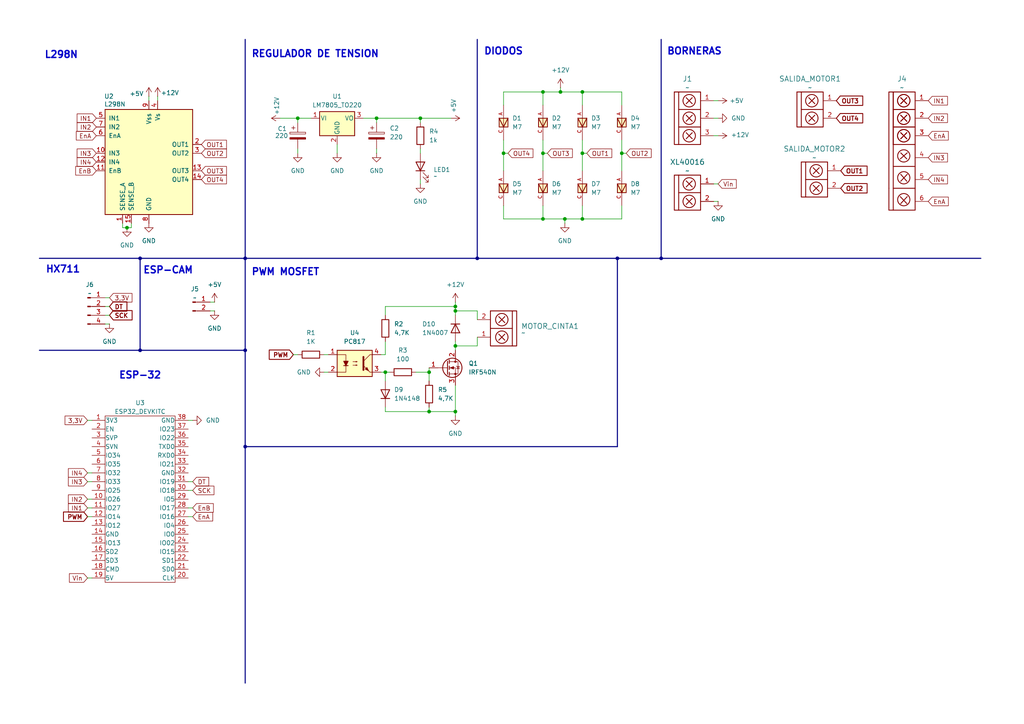
<source format=kicad_sch>
(kicad_sch (version 20231120) (generator "eeschema") (generator_version "8.0")
  (paper "A4")
  (lib_symbols
    (symbol "Connector:Conn_01x02_Pin" (pin_names (offset 1.016) hide)
      (property "Reference" "J" (at 0 2.54 0))
      (property "Value" "Conn_01x02_Pin" (at 0 -5.08 0))
      (symbol "Conn_01x02_Pin_1_1"
        (pin passive line (at 5.08 0 180) (length 3.81) (name "Pin_1") (number "1"))
        (pin passive line (at 5.08 -2.54 180) (length 3.81) (name "Pin_2") (number "2"))
      )
    )
    (symbol "Connector:Conn_01x04_Pin" (pin_names (offset 1.016) hide)
      (property "Reference" "J" (at 0 5.08 0))
      (property "Value" "Conn_01x04_Pin" (at 0 -7.62 0))
      (symbol "Conn_01x04_Pin_1_1"
        (pin passive line (at 5.08 2.54 180) (length 3.81) (name "Pin_1") (number "1"))
        (pin passive line (at 5.08 0 180) (length 3.81) (name "Pin_2") (number "2"))
        (pin passive line (at 5.08 -2.54 180) (length 3.81) (name "Pin_3") (number "3"))
        (pin passive line (at 5.08 -5.08 180) (length 3.81) (name "Pin_4") (number "4"))
      )
    )
    (symbol "Device:C_Polarized" (pin_numbers hide) (pin_names (offset 0.254))
      (property "Reference" "C" (at 0.635 2.54 0))
      (property "Value" "C_Polarized" (at 0.635 -2.54 0))
      (symbol "C_Polarized_1_1"
        (pin passive line (at 0 3.81 270) (length 2.794) (name "~") (number "1"))
        (pin passive line (at 0 -3.81 90) (length 2.794) (name "~") (number "2"))
      )
    )
    (symbol "Device:LED" (pin_numbers hide) (pin_names (offset 1.016) hide)
      (property "Reference" "D" (at 0 2.54 0))
      (property "Value" "LED" (at 0 -2.54 0))
      (symbol "LED_1_1"
        (pin passive line (at -3.81 0 0) (length 2.54) (name "K") (number "1"))
        (pin passive line (at 3.81 0 180) (length 2.54) (name "A") (number "2"))
      )
    )
    (symbol "Device:R" (pin_numbers hide) (pin_names (offset 0))
      (property "Reference" "R" (at 2.032 0 90))
      (property "Value" "R" (at 0 0 90))
      (symbol "R_1_1"
        (pin passive line (at 0 3.81 270) (length 1.27) (name "~") (number "1"))
        (pin passive line (at 0 -3.81 90) (length 1.27) (name "~") (number "2"))
      )
    )
    (symbol "Diode:1N4007" (pin_numbers hide) (pin_names hide)
      (property "Reference" "D" (at 0 2.54 0))
      (property "Value" "1N4007" (at 0 -2.54 0))
      (symbol "1N4007_1_1"
        (pin passive line (at -3.81 0 0) (length 2.54) (name "K") (number "1"))
        (pin passive line (at 3.81 0 180) (length 2.54) (name "A") (number "2"))
      )
    )
    (symbol "Diode:1N4148" (pin_numbers hide) (pin_names hide)
      (property "Reference" "D" (at 0 2.54 0))
      (property "Value" "1N4148" (at 0 -2.54 0))
      (symbol "1N4148_1_1"
        (pin passive line (at -3.81 0 0) (length 2.54) (name "K") (number "1"))
        (pin passive line (at 3.81 0 180) (length 2.54) (name "A") (number "2"))
      )
    )
    (symbol "Driver_Motor:L298N" (pin_names (offset 1.016))
      (property "Reference" "U" (at -10.16 16.51 0))
      (property "Value" "L298N" (at 12.7 16.51 0))
      (symbol "L298N_1_1"
        (pin power_in line (at -7.62 -17.78 90) (length 2.54) (name "SENSE_A") (number "1"))
        (pin input line (at -15.24 2.54 0) (length 2.54) (name "IN3") (number "10"))
        (pin input line (at -15.24 -2.54 0) (length 2.54) (name "EnB") (number "11"))
        (pin input line (at -15.24 0 0) (length 2.54) (name "IN4") (number "12"))
        (pin output line (at 15.24 -2.54 180) (length 2.54) (name "OUT3") (number "13"))
        (pin output line (at 15.24 -5.08 180) (length 2.54) (name "OUT4") (number "14"))
        (pin power_in line (at -5.08 -17.78 90) (length 2.54) (name "SENSE_B") (number "15"))
        (pin output line (at 15.24 5.08 180) (length 2.54) (name "OUT1") (number "2"))
        (pin output line (at 15.24 2.54 180) (length 2.54) (name "OUT2") (number "3"))
        (pin power_in line (at 2.54 17.78 270) (length 2.54) (name "Vs") (number "4"))
        (pin input line (at -15.24 12.7 0) (length 2.54) (name "IN1") (number "5"))
        (pin input line (at -15.24 7.62 0) (length 2.54) (name "EnA") (number "6"))
        (pin input line (at -15.24 10.16 0) (length 2.54) (name "IN2") (number "7"))
        (pin power_in line (at 0 -17.78 90) (length 2.54) (name "GND") (number "8"))
        (pin power_in line (at 0 17.78 270) (length 2.54) (name "Vss") (number "9"))
      )
    )
    (symbol "EESTN5:ESP32_DEVKITC" (pin_names (offset 0.0254))
      (property "Reference" "U" (at 0 25.4 0))
      (property "Value" "ESP32_DEVKITC" (at 0 -25.4 0))
      (symbol "ESP32_DEVKITC_1_1"
        (pin passive line (at -13.97 22.86 0) (length 3.81) (name "3V3") (number "1"))
        (pin passive line (at -13.97 0 0) (length 3.81) (name "IO26") (number "10"))
        (pin passive line (at -13.97 -2.54 0) (length 3.81) (name "IO27") (number "11"))
        (pin passive line (at -13.97 -5.08 0) (length 3.81) (name "IO14") (number "12"))
        (pin passive line (at -13.97 -7.62 0) (length 3.81) (name "IO12") (number "13"))
        (pin passive line (at -13.97 -10.16 0) (length 3.81) (name "GND") (number "14"))
        (pin passive line (at -13.97 -12.7 0) (length 3.81) (name "IO13") (number "15"))
        (pin passive line (at -13.97 -15.24 0) (length 3.81) (name "SD2") (number "16"))
        (pin passive line (at -13.97 -17.78 0) (length 3.81) (name "SD3") (number "17"))
        (pin passive line (at -13.97 -20.32 0) (length 3.81) (name "CMD") (number "18"))
        (pin passive line (at -13.97 -22.86 0) (length 3.81) (name "5V") (number "19"))
        (pin passive line (at -13.97 20.32 0) (length 3.81) (name "EN") (number "2"))
        (pin passive line (at 13.97 -22.86 180) (length 3.81) (name "CLK") (number "20"))
        (pin passive line (at 13.97 -20.32 180) (length 3.81) (name "SD0") (number "21"))
        (pin passive line (at 13.97 -17.78 180) (length 3.81) (name "SD1") (number "22"))
        (pin passive line (at 13.97 -15.24 180) (length 3.81) (name "IO15") (number "23"))
        (pin passive line (at 13.97 -12.7 180) (length 3.81) (name "IO02") (number "24"))
        (pin passive line (at 13.97 -10.16 180) (length 3.81) (name "IO0") (number "25"))
        (pin passive line (at 13.97 -7.62 180) (length 3.81) (name "IO4") (number "26"))
        (pin passive line (at 13.97 -5.08 180) (length 3.81) (name "IO16") (number "27"))
        (pin passive line (at 13.97 -2.54 180) (length 3.81) (name "IO17") (number "28"))
        (pin passive line (at 13.97 0 180) (length 3.81) (name "IO5") (number "29"))
        (pin passive line (at -13.97 17.78 0) (length 3.81) (name "SVP") (number "3"))
        (pin passive line (at 13.97 2.54 180) (length 3.81) (name "IO18") (number "30"))
        (pin passive line (at 13.97 5.08 180) (length 3.81) (name "IO19") (number "31"))
        (pin passive line (at 13.97 7.62 180) (length 3.81) (name "GND") (number "32"))
        (pin passive line (at 13.97 10.16 180) (length 3.81) (name "IO21") (number "33"))
        (pin passive line (at 13.97 12.7 180) (length 3.81) (name "RXD0") (number "34"))
        (pin passive line (at 13.97 15.24 180) (length 3.81) (name "TXD0") (number "35"))
        (pin passive line (at 13.97 17.78 180) (length 3.81) (name "IO22") (number "36"))
        (pin passive line (at 13.97 20.32 180) (length 3.81) (name "IO23") (number "37"))
        (pin passive line (at 13.97 22.86 180) (length 3.81) (name "GND") (number "38"))
        (pin passive line (at -13.97 15.24 0) (length 3.81) (name "SVN") (number "4"))
        (pin passive line (at -13.97 12.7 0) (length 3.81) (name "IO34") (number "5"))
        (pin passive line (at -13.97 10.16 0) (length 3.81) (name "IO35") (number "6"))
        (pin passive line (at -13.97 7.62 0) (length 3.81) (name "IO32") (number "7"))
        (pin passive line (at -13.97 5.08 0) (length 3.81) (name "IO33") (number "8"))
        (pin passive line (at -13.97 2.54 0) (length 3.81) (name "IO25") (number "9"))
      )
    )
    (symbol "EESTN5:PC817" (pin_names (offset 1.016))
      (property "Reference" "U" (at -5.08 5.08 0))
      (property "Value" "PC817" (at 0 5.08 0))
      (symbol "PC817_1_1"
        (pin passive line (at -7.62 2.54 0) (length 2.54) (name "~") (number "1"))
        (pin passive line (at -7.62 -2.54 0) (length 2.54) (name "~") (number "2"))
        (pin passive line (at 7.62 -2.54 180) (length 2.54) (name "~") (number "3"))
        (pin passive line (at 7.62 2.54 180) (length 2.54) (name "~") (number "4"))
      )
    )
    (symbol "EESTN5:TB_1X2" (pin_names (offset 1.016))
      (property "Reference" "J" (at 0 7.62 0))
      (property "Value" "TB_1X2" (at 1.27 -7.62 0))
      (symbol "TB_1X2_1_1"
        (pin input line (at 8.89 2.54 180) (length 3.81) (name "~") (number "1"))
        (pin input line (at 8.89 -2.54 180) (length 3.81) (name "~") (number "2"))
      )
    )
    (symbol "EESTN5:TB_1X3" (pin_names (offset 1.016))
      (property "Reference" "J" (at 0 7.62 0))
      (property "Value" "TB_1X3" (at 1.27 -11.43 0))
      (symbol "TB_1X3_1_1"
        (pin input line (at 8.89 2.54 180) (length 3.81) (name "~") (number "1"))
        (pin input line (at 8.89 -2.54 180) (length 3.81) (name "~") (number "2"))
        (pin input line (at 8.89 -7.62 180) (length 3.81) (name "~") (number "3"))
      )
    )
    (symbol "EESTN5:TB_1X6" (pin_names (offset 1.016))
      (property "Reference" "J" (at 0 7.62 0))
      (property "Value" "TB_1X6" (at 1.27 -31.75 0))
      (symbol "TB_1X6_1_1"
        (pin input line (at 8.89 2.54 180) (length 3.81) (name "~") (number "1"))
        (pin input line (at 8.89 2.54 180) (length 3.81) (name "~") (number "1"))
        (pin input line (at 8.89 -2.54 180) (length 3.81) (name "~") (number "2"))
        (pin input line (at 8.89 -2.54 180) (length 3.81) (name "~") (number "2"))
        (pin input line (at 8.89 -7.62 180) (length 3.81) (name "~") (number "3"))
        (pin input line (at 8.89 -7.62 180) (length 3.81) (name "~") (number "3"))
        (pin input line (at 8.89 -13.97 180) (length 3.81) (name "~") (number "4"))
        (pin input line (at 8.89 -20.32 180) (length 3.81) (name "~") (number "5"))
        (pin input line (at 8.89 -26.67 180) (length 3.81) (name "~") (number "6"))
      )
    )
    (symbol "M7:M7" (pin_names (offset 1.016))
      (property "Reference" "D" (at -4.5752 2.5418 0))
      (property "Value" "M7" (at -4.5757 -4.0672 0))
      (symbol "M7_0_0"
        (pin passive line (at -5.08 0 0) (length 5.08) (name "~") (number "A"))
        (pin passive line (at 5.08 0 180) (length 5.08) (name "~") (number "C"))
      )
    )
    (symbol "Regulator_Linear:LM7805_TO220" (pin_names (offset 0.254))
      (property "Reference" "U" (at -3.81 3.175 0))
      (property "Value" "LM7805_TO220" (at 0 3.175 0))
      (symbol "LM7805_TO220_1_1"
        (pin power_in line (at -7.62 0 0) (length 2.54) (name "VI") (number "1"))
        (pin power_in line (at 0 -7.62 90) (length 2.54) (name "GND") (number "2"))
        (pin power_out line (at 7.62 0 180) (length 2.54) (name "VO") (number "3"))
      )
    )
    (symbol "Transistor_FET:IRF540N" (pin_names hide)
      (property "Reference" "Q" (at 5.08 1.905 0))
      (property "Value" "IRF540N" (at 5.08 0 0))
      (symbol "IRF540N_1_1"
        (pin input line (at -5.08 0 0) (length 2.54) (name "G") (number "1"))
        (pin passive line (at 2.54 5.08 270) (length 2.54) (name "D") (number "2"))
        (pin passive line (at 2.54 -5.08 90) (length 2.54) (name "S") (number "3"))
      )
    )
    (symbol "power:+12V" (power) (pin_numbers hide) (pin_names (offset 0) hide)
      (property "Value" "+12V" (at 0 3.556 0))
      (symbol "+12V_1_1"
        (pin power_in line (at 0 0 90) (length 0) (name "~") (number "1"))
      )
    )
    (symbol "power:+5V" (power) (pin_numbers hide) (pin_names (offset 0) hide)
      (property "Value" "+5V" (at 0 3.556 0))
      (symbol "+5V_1_1"
        (pin power_in line (at 0 0 90) (length 0) (name "~") (number "1"))
      )
    )
    (symbol "power:GND" (power) (pin_numbers hide) (pin_names (offset 0) hide)
      (property "Value" "GND" (at 0 -3.81 0))
      (symbol "GND_1_1"
        (pin power_in line (at 0 0 270) (length 0) (name "~") (number "1"))
      )
    )
  )
  (junction (at 121.92 34.29))
  (junction (at 168.91 63.5))
  (junction (at 180.34 44.45))
  (junction (at 40.64 101.6))
  (junction (at 71.12 101.6))
  (junction (at 40.64 74.93))
  (junction (at 157.48 63.5))
  (junction (at 179.07 74.93))
  (junction (at 157.48 26.67))
  (junction (at 138.43 74.93))
  (junction (at 86.36 34.29))
  (junction (at 191.77 74.93))
  (junction (at 36.83 66.04))
  (junction (at 71.12 74.93))
  (junction (at 157.48 44.45))
  (junction (at 146.05 44.45))
  (junction (at 168.91 44.45))
  (junction (at 71.12 129.54))
  (junction (at 109.22 34.29))
  (junction (at 132.08 100.33))
  (junction (at 132.08 119.38))
  (junction (at 132.08 90.17))
  (junction (at 111.76 107.95))
  (junction (at 162.56 26.67))
  (junction (at 163.83 63.5))
  (junction (at 168.91 26.67))
  (junction (at 124.46 119.38))
  (junction (at 132.08 88.9))
  (junction (at 124.46 107.95))
  (wire (pts (xy 207.01 29.21) (xy 208.28 29.21)))
  (wire (pts (xy 124.46 118.11) (xy 124.46 119.38)))
  (bus (pts (xy 179.07 74.93) (xy 179.07 129.54)))
  (wire (pts (xy 132.08 99.06) (xy 132.08 100.33)))
  (wire (pts (xy 157.48 40.64) (xy 157.48 44.45)))
  (wire (pts (xy 121.92 34.29) (xy 109.22 34.29)))
  (bus (pts (xy 179.07 129.54) (xy 71.12 129.54)))
  (bus (pts (xy 40.64 101.6) (xy 71.12 101.6)))
  (wire (pts (xy 157.48 26.67) (xy 157.48 30.48)))
  (wire (pts (xy 54.61 121.92) (xy 55.88 121.92)))
  (bus (pts (xy 138.43 74.93) (xy 138.43 11.43)))
  (wire (pts (xy 30.48 88.9) (xy 31.75 88.9)))
  (wire (pts (xy 162.56 26.67) (xy 168.91 26.67)))
  (wire (pts (xy 138.43 92.71) (xy 138.43 90.17)))
  (wire (pts (xy 45.72 27.94) (xy 45.72 29.21)))
  (wire (pts (xy 180.34 63.5) (xy 180.34 59.69)))
  (wire (pts (xy 132.08 88.9) (xy 132.08 90.17)))
  (wire (pts (xy 146.05 30.48) (xy 146.05 26.67)))
  (wire (pts (xy 111.76 102.87) (xy 111.76 99.06)))
  (wire (pts (xy 163.83 63.5) (xy 168.91 63.5)))
  (wire (pts (xy 124.46 106.68) (xy 124.46 107.95)))
  (wire (pts (xy 81.28 34.29) (xy 86.36 34.29)))
  (bus (pts (xy 191.77 74.93) (xy 284.48 74.93)))
  (wire (pts (xy 25.4 137.16) (xy 26.67 137.16)))
  (wire (pts (xy 105.41 34.29) (xy 109.22 34.29)))
  (wire (pts (xy 93.98 102.87) (xy 95.25 102.87)))
  (wire (pts (xy 111.76 88.9) (xy 111.76 91.44)))
  (wire (pts (xy 110.49 102.87) (xy 111.76 102.87)))
  (bus (pts (xy 11.43 74.93) (xy 40.64 74.93)))
  (wire (pts (xy 146.05 44.45) (xy 146.05 49.53)))
  (wire (pts (xy 170.18 44.45) (xy 168.91 44.45)))
  (wire (pts (xy 54.61 147.32) (xy 55.88 147.32)))
  (wire (pts (xy 30.48 91.44) (xy 31.75 91.44)))
  (wire (pts (xy 85.09 102.87) (xy 86.36 102.87)))
  (wire (pts (xy 180.34 44.45) (xy 180.34 49.53)))
  (wire (pts (xy 157.48 63.5) (xy 163.83 63.5)))
  (wire (pts (xy 86.36 35.56) (xy 86.36 34.29)))
  (wire (pts (xy 54.61 142.24) (xy 55.88 142.24)))
  (wire (pts (xy 146.05 63.5) (xy 157.48 63.5)))
  (wire (pts (xy 162.56 25.4) (xy 162.56 26.67)))
  (wire (pts (xy 146.05 59.69) (xy 146.05 63.5)))
  (wire (pts (xy 97.79 44.45) (xy 97.79 41.91)))
  (wire (pts (xy 86.36 34.29) (xy 90.17 34.29)))
  (wire (pts (xy 138.43 97.79) (xy 138.43 100.33)))
  (bus (pts (xy 179.07 74.93) (xy 191.77 74.93)))
  (bus (pts (xy 71.12 101.6) (xy 71.12 74.93)))
  (wire (pts (xy 30.48 86.36) (xy 31.75 86.36)))
  (wire (pts (xy 36.83 66.04) (xy 38.1 66.04)))
  (bus (pts (xy 71.12 74.93) (xy 138.43 74.93)))
  (wire (pts (xy 132.08 100.33) (xy 132.08 101.6)))
  (wire (pts (xy 168.91 63.5) (xy 180.34 63.5)))
  (wire (pts (xy 86.36 44.45) (xy 86.36 43.18)))
  (bus (pts (xy 11.43 101.6) (xy 40.64 101.6)))
  (wire (pts (xy 168.91 40.64) (xy 168.91 44.45)))
  (wire (pts (xy 35.56 66.04) (xy 36.83 66.04)))
  (wire (pts (xy 124.46 107.95) (xy 124.46 110.49)))
  (wire (pts (xy 25.4 139.7) (xy 26.67 139.7)))
  (wire (pts (xy 109.22 44.45) (xy 109.22 43.18)))
  (wire (pts (xy 146.05 44.45) (xy 147.32 44.45)))
  (wire (pts (xy 25.4 149.86) (xy 26.67 149.86)))
  (bus (pts (xy 71.12 129.54) (xy 71.12 198.12)))
  (wire (pts (xy 54.61 139.7) (xy 55.88 139.7)))
  (wire (pts (xy 111.76 88.9) (xy 132.08 88.9)))
  (wire (pts (xy 146.05 40.64) (xy 146.05 44.45)))
  (wire (pts (xy 157.48 44.45) (xy 157.48 49.53)))
  (bus (pts (xy 138.43 74.93) (xy 179.07 74.93)))
  (wire (pts (xy 111.76 107.95) (xy 113.03 107.95)))
  (wire (pts (xy 121.92 43.18) (xy 121.92 44.45)))
  (wire (pts (xy 121.92 34.29) (xy 130.81 34.29)))
  (wire (pts (xy 121.92 35.56) (xy 121.92 34.29)))
  (wire (pts (xy 35.56 64.77) (xy 35.56 66.04)))
  (wire (pts (xy 111.76 107.95) (xy 111.76 110.49)))
  (wire (pts (xy 38.1 64.77) (xy 38.1 66.04)))
  (wire (pts (xy 25.4 121.92) (xy 26.67 121.92)))
  (wire (pts (xy 111.76 119.38) (xy 124.46 119.38)))
  (bus (pts (xy 40.64 74.93) (xy 40.64 101.6)))
  (bus (pts (xy 71.12 11.43) (xy 71.12 74.93)))
  (wire (pts (xy 132.08 120.65) (xy 132.08 119.38)))
  (wire (pts (xy 138.43 90.17) (xy 132.08 90.17)))
  (wire (pts (xy 111.76 118.11) (xy 111.76 119.38)))
  (wire (pts (xy 109.22 34.29) (xy 109.22 35.56)))
  (wire (pts (xy 25.4 167.64) (xy 26.67 167.64)))
  (wire (pts (xy 110.49 107.95) (xy 111.76 107.95)))
  (wire (pts (xy 54.61 149.86) (xy 55.88 149.86)))
  (wire (pts (xy 168.91 44.45) (xy 168.91 49.53)))
  (bus (pts (xy 191.77 11.43) (xy 191.77 74.93)))
  (wire (pts (xy 43.18 27.94) (xy 43.18 29.21)))
  (bus (pts (xy 40.64 74.93) (xy 71.12 74.93)))
  (wire (pts (xy 180.34 44.45) (xy 181.61 44.45)))
  (wire (pts (xy 207.01 34.29) (xy 208.28 34.29)))
  (wire (pts (xy 180.34 40.64) (xy 180.34 44.45)))
  (wire (pts (xy 30.48 93.98) (xy 31.75 93.98)))
  (wire (pts (xy 60.96 90.17) (xy 62.23 90.17)))
  (wire (pts (xy 157.48 26.67) (xy 162.56 26.67)))
  (wire (pts (xy 121.92 52.07) (xy 121.92 53.34)))
  (wire (pts (xy 168.91 26.67) (xy 180.34 26.67)))
  (wire (pts (xy 124.46 119.38) (xy 132.08 119.38)))
  (wire (pts (xy 163.83 63.5) (xy 163.83 64.77)))
  (wire (pts (xy 146.05 26.67) (xy 157.48 26.67)))
  (wire (pts (xy 138.43 100.33) (xy 132.08 100.33)))
  (wire (pts (xy 93.98 107.95) (xy 95.25 107.95)))
  (wire (pts (xy 168.91 26.67) (xy 168.91 30.48)))
  (wire (pts (xy 168.91 59.69) (xy 168.91 63.5)))
  (wire (pts (xy 157.48 59.69) (xy 157.48 63.5)))
  (wire (pts (xy 132.08 90.17) (xy 132.08 91.44)))
  (wire (pts (xy 207.01 58.42) (xy 208.28 58.42)))
  (wire (pts (xy 132.08 87.63) (xy 132.08 88.9)))
  (bus (pts (xy 71.12 101.6) (xy 71.12 129.54)))
  (wire (pts (xy 180.34 26.67) (xy 180.34 30.48)))
  (wire (pts (xy 207.01 39.37) (xy 208.28 39.37)))
  (wire (pts (xy 132.08 111.76) (xy 132.08 119.38)))
  (wire (pts (xy 60.96 87.63) (xy 62.23 87.63)))
  (wire (pts (xy 207.01 53.34) (xy 208.28 53.34)))
  (wire (pts (xy 25.4 147.32) (xy 26.67 147.32)))
  (wire (pts (xy 25.4 144.78) (xy 26.67 144.78)))
  (wire (pts (xy 120.65 107.95) (xy 124.46 107.95)))
  (wire (pts (xy 157.48 44.45) (xy 158.75 44.45)))
  (text "HX711\n" (at 18.288 78.232 0) (effects (font (size 2 2) (bold yes))))
  (text "REGULADOR DE TENSION" (at 91.44 15.748 0) (effects (font (size 2 2) (bold yes))))
  (text "DIODOS" (at 146.05 14.986 0) (effects (font (size 2 2) (bold yes))))
  (text "PWM MOSFET" (at 82.804 78.994 0) (effects (font (size 2 2) (thickness 0.4) (bold yes))))
  (text "BORNERAS\n" (at 201.422 14.986 0) (effects (font (size 2 2) (bold yes))))
  (text "L298N\n" (at 17.78 16.002 0) (effects (font (size 2 2) (thickness 0.4) (bold yes))))
  (text "ESP-CAM\n" (at 48.768 78.486 0) (effects (font (size 2 2) (bold yes))))
  (text "ESP-32\n" (at 40.64 108.966 0) (effects (font (size 2 2) (thickness 0.4) (bold yes))))
  (global_label "OUT1" (shape input) (at 170.18 44.45 0) (property "Intersheetrefs" "${INTERSHEET_REFS}" (effects (hide yes))))
  (global_label "Vin" (shape input) (at 25.4 167.64 180) (property "Intersheetrefs" "${INTERSHEET_REFS}" (effects (hide yes))))
  (global_label "OUT1" (shape input) (at 58.42 41.91 0) (property "Intersheetrefs" "${INTERSHEET_REFS}" (effects (hide yes))))
  (global_label "IN2" (shape input) (at 27.94 36.83 180) (property "Intersheetrefs" "${INTERSHEET_REFS}" (effects (hide yes))))
  (global_label "OUT4" (shape input) (at 58.42 52.07 0) (property "Intersheetrefs" "${INTERSHEET_REFS}" (effects (hide yes))))
  (global_label "OUT4" (shape input) (at 147.32 44.45 0) (property "Intersheetrefs" "${INTERSHEET_REFS}" (effects (hide yes))))
  (global_label "IN1" (shape input) (at 269.24 29.21 0) (property "Intersheetrefs" "${INTERSHEET_REFS}" (effects (hide yes))))
  (global_label "OUT2" (shape input) (at 181.61 44.45 0) (property "Intersheetrefs" "${INTERSHEET_REFS}" (effects (hide yes))))
  (global_label "EnA" (shape input) (at 269.24 39.37 0) (property "Intersheetrefs" "${INTERSHEET_REFS}" (effects (hide yes))))
  (global_label "3,3V" (shape input) (at 31.75 86.36 0) (property "Intersheetrefs" "${INTERSHEET_REFS}" (effects (hide yes))))
  (global_label "SCK" (shape input) (at 55.88 142.24 0) (property "Intersheetrefs" "${INTERSHEET_REFS}" (effects (hide yes))))
  (global_label "OUT2" (shape input) (at 58.42 44.45 0) (property "Intersheetrefs" "${INTERSHEET_REFS}" (effects (hide yes))))
  (global_label "IN2" (shape input) (at 269.24 34.29 0) (property "Intersheetrefs" "${INTERSHEET_REFS}" (effects (hide yes))))
  (global_label "IN4" (shape input) (at 27.94 46.99 180) (property "Intersheetrefs" "${INTERSHEET_REFS}" (effects (hide yes))))
  (global_label "DT" (shape input) (at 31.75 88.9 0) (effects (font (bold yes))) (property "Intersheetrefs" "${INTERSHEET_REFS}" (effects (hide yes))))
  (global_label "OUT4" (shape input) (at 242.57 34.29 0) (effects (font (bold yes))) (property "Intersheetrefs" "${INTERSHEET_REFS}" (effects (hide yes))))
  (global_label "DT" (shape input) (at 55.88 139.7 0) (property "Intersheetrefs" "${INTERSHEET_REFS}" (effects (hide yes))))
  (global_label "EnA" (shape input) (at 269.24 58.42 0) (property "Intersheetrefs" "${INTERSHEET_REFS}" (effects (hide yes))))
  (global_label "IN1" (shape input) (at 25.4 147.32 180) (property "Intersheetrefs" "${INTERSHEET_REFS}" (effects (hide yes))))
  (global_label "IN3" (shape input) (at 269.24 45.72 0) (property "Intersheetrefs" "${INTERSHEET_REFS}" (effects (hide yes))))
  (global_label "Vin" (shape input) (at 208.28 53.34 0) (property "Intersheetrefs" "${INTERSHEET_REFS}" (effects (hide yes))))
  (global_label "SCK" (shape input) (at 31.75 91.44 0) (effects (font (bold yes))) (property "Intersheetrefs" "${INTERSHEET_REFS}" (effects (hide yes))))
  (global_label "EnA" (shape input) (at 27.94 39.37 180) (property "Intersheetrefs" "${INTERSHEET_REFS}" (effects (hide yes))))
  (global_label "PWM" (shape input) (at 25.4 149.86 180) (effects (font (bold yes))) (property "Intersheetrefs" "${INTERSHEET_REFS}" (effects (hide yes))))
  (global_label "IN3" (shape input) (at 25.4 139.7 180) (property "Intersheetrefs" "${INTERSHEET_REFS}" (effects (hide yes))))
  (global_label "IN2" (shape input) (at 25.4 144.78 180) (property "Intersheetrefs" "${INTERSHEET_REFS}" (effects (hide yes))))
  (global_label "EnA" (shape input) (at 55.88 149.86 0) (property "Intersheetrefs" "${INTERSHEET_REFS}" (effects (hide yes))))
  (global_label "OUT3" (shape input) (at 158.75 44.45 0) (property "Intersheetrefs" "${INTERSHEET_REFS}" (effects (hide yes))))
  (global_label "IN3" (shape input) (at 27.94 44.45 180) (property "Intersheetrefs" "${INTERSHEET_REFS}" (effects (hide yes))))
  (global_label "IN1" (shape input) (at 27.94 34.29 180) (property "Intersheetrefs" "${INTERSHEET_REFS}" (effects (hide yes))))
  (global_label "PWM" (shape input) (at 85.09 102.87 180) (effects (font (bold yes))) (property "Intersheetrefs" "${INTERSHEET_REFS}" (effects (hide yes))))
  (global_label "OUT2" (shape input) (at 243.84 54.61 0) (effects (font (bold yes))) (property "Intersheetrefs" "${INTERSHEET_REFS}" (effects (hide yes))))
  (global_label "OUT1" (shape input) (at 243.84 49.53 0) (effects (font (bold yes))) (property "Intersheetrefs" "${INTERSHEET_REFS}" (effects (hide yes))))
  (global_label "IN4" (shape input) (at 25.4 137.16 180) (property "Intersheetrefs" "${INTERSHEET_REFS}" (effects (hide yes))))
  (global_label "EnB" (shape input) (at 27.94 49.53 180) (property "Intersheetrefs" "${INTERSHEET_REFS}" (effects (hide yes))))
  (global_label "IN4" (shape input) (at 269.24 52.07 0) (property "Intersheetrefs" "${INTERSHEET_REFS}" (effects (hide yes))))
  (global_label "OUT3" (shape input) (at 58.42 49.53 0) (property "Intersheetrefs" "${INTERSHEET_REFS}" (effects (hide yes))))
  (global_label "OUT3" (shape input) (at 242.57 29.21 0) (effects (font (bold yes))) (property "Intersheetrefs" "${INTERSHEET_REFS}" (effects (hide yes))))
  (global_label "EnB" (shape input) (at 55.88 147.32 0) (property "Intersheetrefs" "${INTERSHEET_REFS}" (effects (hide yes))))
  (global_label "3,3V" (shape input) (at 25.4 121.92 180) (property "Intersheetrefs" "${INTERSHEET_REFS}" (effects (hide yes))))
  (symbol (lib_id "M7:M7") (at 180.34 35.56 270) (unit 1)
    (property "Reference" "D4" (at 182.88 34.2899 90) (effects (justify left)))
    (property "Value" "M7" (at 182.88 36.8299 90) (effects (justify left)))
    (property "Footprint" "Diode_SMD:D_3220_8050Metric_Pad2.65x5.15mm_HandSolder" (effects (hide yes)))
    (property "MF" "Diotec Semiconductor" (effects (hide yes)))
    (property "SNAPEDA_PACKAGE_ID" "7518" (effects (hide yes)))
    (property "PACKAGE" "DO-214" (effects (hide yes)))
    (property "MPN" "M7" (effects (hide yes)))
    (property "PRICE" "--" (effects (hide yes)))
    (property "Package" "DO-214AC Diotec" (effects (hide yes)))
    (property "Check_prices" "https://www.snapeda.com/parts/M7/Diotec/view-part/?ref=eda" (effects (hide yes)))
    (property "STANDARD" "IPC-7351B" (effects (hide yes)))
    (property "PARTREV" "NA" (effects (hide yes)))
    (property "SnapEDA_Link" "https://www.snapeda.com/parts/M7/Diotec/view-part/?ref=snap" (effects (hide yes)))
    (property "MP" "M7" (effects (hide yes)))
    (property "Price" "None" (effects (hide yes)))
    (property "Description_1" "\nDiode, SMA, 1000V, 1A, 150°C\n" (effects (hide yes)))
    (property "Availability" "In Stock" (effects (hide yes)))
    (property "AVAILABILITY" "Not in stock" (effects (hide yes)))
    (property "MANUFACTURER" "DIODES" (effects (hide yes)))
  )
  (symbol (lib_id "Device:R") (at 124.46 114.3 0) (unit 1)
    (property "Reference" "R5" (at 127 113.0299 0) (effects (justify left)))
    (property "Value" "4,7K" (at 127 115.5699 0) (effects (justify left)))
    (property "Footprint" "Resistor_THT:R_Axial_DIN0204_L3.6mm_D1.6mm_P7.62mm_Horizontal" (effects (hide yes)))
    (property "Description" "Resistor" (effects (hide yes)))
  )
  (symbol (lib_id "power:+5V") (at 208.28 29.21 270) (unit 1)
    (property "Reference" "#PWR011" (effects (hide yes)))
    (property "Value" "+5V" (at 213.614 29.21 90))
    (property "Description" "Power symbol creates a global label with name \"+5V\"" (effects (hide yes)))
  )
  (symbol (lib_id "power:GND") (at 31.75 93.98 0) (unit 1)
    (property "Reference" "#PWR019" (effects (hide yes)))
    (property "Value" "GND" (at 31.75 99.06 0))
    (property "Description" "Power symbol creates a global label with name \"GND\" , ground" (effects (hide yes)))
  )
  (symbol (lib_id "EESTN5:TB_1X2") (at 233.68 31.75 0) (unit 1)
    (property "Reference" "SALIDA_MOTOR1" (at 234.95 22.86 0) (effects (font (size 1.524 1.524))))
    (property "Value" "~" (at 234.95 25.4 0) (effects (font (size 1.524 1.524))))
    (property "Footprint" "TerminalBlock:TerminalBlock_Altech_AK300-2_P5.00mm" (effects (hide yes)))
  )
  (symbol (lib_id "Connector:Conn_01x02_Pin") (at 55.88 87.63 0) (unit 1)
    (property "Reference" "J5" (at 56.515 83.82 0))
    (property "Value" "~" (at 56.515 86.36 0))
    (property "Footprint" "Connector_PinHeader_1.00mm:PinHeader_1x02_P1.00mm_Vertical" (effects (hide yes)))
    (property "Description" "Generic connector, single row, 01x02, script generated" (effects (hide yes)))
  )
  (symbol (lib_id "M7:M7") (at 146.05 54.61 270) (unit 1)
    (property "Reference" "D5" (at 148.59 53.3399 90) (effects (justify left)))
    (property "Value" "M7" (at 148.59 55.8799 90) (effects (justify left)))
    (property "Footprint" "Diode_SMD:D_3220_8050Metric_Pad2.65x5.15mm_HandSolder" (effects (hide yes)))
    (property "MF" "Diotec Semiconductor" (effects (hide yes)))
    (property "SNAPEDA_PACKAGE_ID" "7518" (effects (hide yes)))
    (property "PACKAGE" "DO-214" (effects (hide yes)))
    (property "MPN" "M7" (effects (hide yes)))
    (property "PRICE" "--" (effects (hide yes)))
    (property "Package" "DO-214AC Diotec" (effects (hide yes)))
    (property "Check_prices" "https://www.snapeda.com/parts/M7/Diotec/view-part/?ref=eda" (effects (hide yes)))
    (property "STANDARD" "IPC-7351B" (effects (hide yes)))
    (property "PARTREV" "NA" (effects (hide yes)))
    (property "SnapEDA_Link" "https://www.snapeda.com/parts/M7/Diotec/view-part/?ref=snap" (effects (hide yes)))
    (property "MP" "M7" (effects (hide yes)))
    (property "Price" "None" (effects (hide yes)))
    (property "Description_1" "\nDiode, SMA, 1000V, 1A, 150°C\n" (effects (hide yes)))
    (property "Availability" "In Stock" (effects (hide yes)))
    (property "AVAILABILITY" "Not in stock" (effects (hide yes)))
    (property "MANUFACTURER" "DIODES" (effects (hide yes)))
  )
  (symbol (lib_id "power:GND") (at 121.92 53.34 0) (unit 1)
    (property "Reference" "#PWR08" (effects (hide yes)))
    (property "Value" "GND" (at 121.92 58.42 0))
    (property "Description" "Power symbol creates a global label with name \"GND\" , ground" (effects (hide yes)))
  )
  (symbol (lib_id "power:GND") (at 208.28 58.42 0) (unit 1)
    (property "Reference" "#PWR018" (effects (hide yes)))
    (property "Value" "GND" (at 208.28 63.5 0))
    (property "Description" "Power symbol creates a global label with name \"GND\" , ground" (effects (hide yes)))
  )
  (symbol (lib_id "power:+12V") (at 81.28 34.29 90) (unit 1)
    (property "Reference" "#PWR010" (effects (hide yes)))
    (property "Value" "+12V" (at 80.264 30.734 0))
    (property "Description" "Power symbol creates a global label with name \"+12V\"" (effects (hide yes)))
  )
  (symbol (lib_id "Diode:1N4148") (at 111.76 114.3 90) (unit 1)
    (property "Reference" "D9" (at 114.3 113.0299 90) (effects (justify right)))
    (property "Value" "1N4148" (at 114.3 115.5699 90) (effects (justify right)))
    (property "Footprint" "Diode_THT:D_DO-35_SOD27_P7.62mm_Horizontal" (effects (hide yes)))
    (property "Datasheet" "https://assets.nexperia.com/documents/data-sheet/1N4148_1N4448.pdf" (effects (hide yes)))
    (property "Description" "100V 0.15A standard switching diode, DO-35" (effects (hide yes)))
    (property "Sim.Device" "D" (effects (hide yes)))
    (property "Sim.Pins" "1=K 2=A" (effects (hide yes)))
  )
  (symbol (lib_id "Device:LED") (at 121.92 48.26 90) (unit 1)
    (property "Reference" "LED1" (at 125.73 49.2124 90) (effects (justify right)))
    (property "Value" "~" (at 125.73 51.1175 90) (effects (justify right)))
    (property "Footprint" "LED_THT:LED_D5.0mm" (effects (hide yes)))
    (property "Description" "Light emitting diode" (effects (hide yes)))
  )
  (symbol (lib_id "Connector:Conn_01x04_Pin") (at 25.4 88.9 0) (unit 1)
    (property "Reference" "J6" (at 26.035 82.55 0))
    (property "Value" "~" (at 26.035 85.09 0))
    (property "Footprint" "Connector_PinHeader_1.00mm:PinHeader_1x02_P1.00mm_Vertical" (effects (hide yes)))
    (property "Description" "Generic connector, single row, 01x04, script generated" (effects (hide yes)))
  )
  (symbol (lib_id "M7:M7") (at 168.91 35.56 270) (unit 1)
    (property "Reference" "D3" (at 171.45 34.2899 90) (effects (justify left)))
    (property "Value" "M7" (at 171.45 36.8299 90) (effects (justify left)))
    (property "Footprint" "Diode_SMD:D_3220_8050Metric_Pad2.65x5.15mm_HandSolder" (effects (hide yes)))
    (property "MF" "Diotec Semiconductor" (effects (hide yes)))
    (property "SNAPEDA_PACKAGE_ID" "7518" (effects (hide yes)))
    (property "PACKAGE" "DO-214" (effects (hide yes)))
    (property "MPN" "M7" (effects (hide yes)))
    (property "PRICE" "--" (effects (hide yes)))
    (property "Package" "DO-214AC Diotec" (effects (hide yes)))
    (property "Check_prices" "https://www.snapeda.com/parts/M7/Diotec/view-part/?ref=eda" (effects (hide yes)))
    (property "STANDARD" "IPC-7351B" (effects (hide yes)))
    (property "PARTREV" "NA" (effects (hide yes)))
    (property "SnapEDA_Link" "https://www.snapeda.com/parts/M7/Diotec/view-part/?ref=snap" (effects (hide yes)))
    (property "MP" "M7" (effects (hide yes)))
    (property "Price" "None" (effects (hide yes)))
    (property "Description_1" "\nDiode, SMA, 1000V, 1A, 150°C\n" (effects (hide yes)))
    (property "Availability" "In Stock" (effects (hide yes)))
    (property "AVAILABILITY" "Not in stock" (effects (hide yes)))
    (property "MANUFACTURER" "DIODES" (effects (hide yes)))
  )
  (symbol (lib_id "power:GND") (at 86.36 44.45 0) (unit 1)
    (property "Reference" "#PWR07" (effects (hide yes)))
    (property "Value" "GND" (at 86.36 49.53 0))
    (property "Description" "Power symbol creates a global label with name \"GND\" , ground" (effects (hide yes)))
  )
  (symbol (lib_id "power:+12V") (at 45.72 27.94 0) (unit 1)
    (property "Reference" "#PWR02" (effects (hide yes)))
    (property "Value" "+12V" (at 49.276 26.924 0))
    (property "Description" "Power symbol creates a global label with name \"+12V\"" (effects (hide yes)))
  )
  (symbol (lib_id "power:GND") (at 62.23 90.17 0) (unit 1)
    (property "Reference" "#PWR017" (effects (hide yes)))
    (property "Value" "GND" (at 62.23 95.25 0))
    (property "Description" "Power symbol creates a global label with name \"GND\" , ground" (effects (hide yes)))
  )
  (symbol (lib_id "power:GND") (at 93.98 107.95 270) (unit 1)
    (property "Reference" "#PWR021" (effects (hide yes)))
    (property "Value" "GND" (at 90.17 107.9499 90) (effects (justify right)))
    (property "Description" "Power symbol creates a global label with name \"GND\" , ground" (effects (hide yes)))
  )
  (symbol (lib_id "power:GND") (at 43.18 64.77 0) (unit 1)
    (property "Reference" "#PWR01" (effects (hide yes)))
    (property "Value" "GND" (at 43.18 69.85 0))
    (property "Description" "Power symbol creates a global label with name \"GND\" , ground" (effects (hide yes)))
  )
  (symbol (lib_id "power:+5V") (at 62.23 87.63 0) (unit 1)
    (property "Reference" "#PWR015" (effects (hide yes)))
    (property "Value" "+5V" (at 62.23 82.55 0))
    (property "Description" "Power symbol creates a global label with name \"+5V\"" (effects (hide yes)))
  )
  (symbol (lib_id "power:GND") (at 132.08 120.65 0) (unit 1)
    (property "Reference" "#PWR022" (effects (hide yes)))
    (property "Value" "GND" (at 132.08 125.73 0))
    (property "Description" "Power symbol creates a global label with name \"GND\" , ground" (effects (hide yes)))
  )
  (symbol (lib_id "power:GND") (at 55.88 121.92 90) (unit 1)
    (property "Reference" "#PWR020" (effects (hide yes)))
    (property "Value" "GND" (at 59.69 121.9199 90) (effects (justify right)))
    (property "Description" "Power symbol creates a global label with name \"GND\" , ground" (effects (hide yes)))
  )
  (symbol (lib_id "EESTN5:PC817") (at 102.87 105.41 0) (unit 1)
    (property "Reference" "U4" (at 102.87 96.52 0))
    (property "Value" "PC817" (at 102.87 99.06 0))
    (property "Footprint" "Housings_DIP:DIP-4_W7.62mm" (effects (hide yes)))
    (property "Datasheet" "http://www.soselectronic.cz/a_info/resource/d/pc817.pdf" (effects (hide yes)))
    (property "Description" "DC Optocoupler, Vce 35V, CTR 50-300%, DIP4" (effects (hide yes)))
  )
  (symbol (lib_id "Regulator_Linear:LM7805_TO220") (at 97.79 34.29 0) (unit 1)
    (property "Reference" "U1" (at 97.79 27.94 0))
    (property "Value" "LM7805_TO220" (at 97.79 30.48 0))
    (property "Footprint" "Package_TO_SOT_THT:TO-220-3_Vertical" (effects (hide yes)))
    (property "Datasheet" "https://www.onsemi.cn/PowerSolutions/document/MC7800-D.PDF" (effects (hide yes)))
    (property "Description" "Positive 1A 35V Linear Regulator, Fixed Output 5V, TO-220" (effects (hide yes)))
  )
  (symbol (lib_id "EESTN5:TB_1X6") (at 260.35 31.75 0) (unit 1)
    (property "Reference" "J4" (at 261.62 22.86 0) (effects (font (size 1.524 1.524))))
    (property "Value" "~" (at 261.62 25.4 0) (effects (font (size 1.524 1.524))))
    (property "Footprint" "TerminalBlock:TerminalBlock_bornier-6_P5.08mm" (effects (hide yes)))
  )
  (symbol (lib_id "Device:C_Polarized") (at 109.22 39.37 0) (unit 1)
    (property "Reference" "C2" (at 113.03 37.2109 0) (effects (justify left)))
    (property "Value" "220" (at 113.03 39.7509 0) (effects (justify left)))
    (property "Footprint" "Capacitor_SMD:CP_Elec_3x5.3" (effects (hide yes)))
    (property "Description" "Polarized capacitor" (effects (hide yes)))
  )
  (symbol (lib_id "power:+12V") (at 162.56 25.4 0) (unit 1)
    (property "Reference" "#PWR016" (effects (hide yes)))
    (property "Value" "+12V" (at 162.56 20.32 0))
    (property "Description" "Power symbol creates a global label with name \"+12V\"" (effects (hide yes)))
  )
  (symbol (lib_id "M7:M7") (at 157.48 35.56 270) (unit 1)
    (property "Reference" "D2" (at 160.02 34.2899 90) (effects (justify left)))
    (property "Value" "M7" (at 160.02 36.8299 90) (effects (justify left)))
    (property "Footprint" "Diode_SMD:D_3220_8050Metric_Pad2.65x5.15mm_HandSolder" (effects (hide yes)))
    (property "MF" "Diotec Semiconductor" (effects (hide yes)))
    (property "SNAPEDA_PACKAGE_ID" "7518" (effects (hide yes)))
    (property "PACKAGE" "DO-214" (effects (hide yes)))
    (property "MPN" "M7" (effects (hide yes)))
    (property "PRICE" "--" (effects (hide yes)))
    (property "Package" "DO-214AC Diotec" (effects (hide yes)))
    (property "Check_prices" "https://www.snapeda.com/parts/M7/Diotec/view-part/?ref=eda" (effects (hide yes)))
    (property "STANDARD" "IPC-7351B" (effects (hide yes)))
    (property "PARTREV" "NA" (effects (hide yes)))
    (property "SnapEDA_Link" "https://www.snapeda.com/parts/M7/Diotec/view-part/?ref=snap" (effects (hide yes)))
    (property "MP" "M7" (effects (hide yes)))
    (property "Price" "None" (effects (hide yes)))
    (property "Description_1" "\nDiode, SMA, 1000V, 1A, 150°C\n" (effects (hide yes)))
    (property "Availability" "In Stock" (effects (hide yes)))
    (property "AVAILABILITY" "Not in stock" (effects (hide yes)))
    (property "MANUFACTURER" "DIODES" (effects (hide yes)))
  )
  (symbol (lib_id "EESTN5:TB_1X2") (at 234.95 52.07 0) (unit 1)
    (property "Reference" "SALIDA_MOTOR2" (at 236.22 43.18 0) (effects (font (size 1.524 1.524))))
    (property "Value" "~" (at 236.22 45.72 0) (effects (font (size 1.524 1.524))))
    (property "Footprint" "TerminalBlock:TerminalBlock_Altech_AK300-2_P5.00mm" (effects (hide yes)))
  )
  (symbol (lib_id "power:GND") (at 36.83 66.04 0) (unit 1)
    (property "Reference" "#PWR04" (effects (hide yes)))
    (property "Value" "GND" (at 36.83 71.12 0))
    (property "Description" "Power symbol creates a global label with name \"GND\" , ground" (effects (hide yes)))
  )
  (symbol (lib_id "Driver_Motor:L298N") (at 43.18 46.99 0) (unit 1)
    (property "Reference" "U2" (at 30.226 27.94 0) (effects (justify left)))
    (property "Value" "L298N" (at 30.226 30.226 0) (effects (justify left)))
    (property "Footprint" "Package_TO_SOT_THT:TO-220-15_P2.54x2.54mm_StaggerOdd_Lead4.58mm_Vertical" (effects (hide yes)))
    (property "Datasheet" "http://www.st.com/st-web-ui/static/active/en/resource/technical/document/datasheet/CD00000240.pdf" (effects (hide yes)))
    (property "Description" "Dual full bridge motor driver, up to 46V, 4A, Multiwatt15-V" (effects (hide yes)))
  )
  (symbol (lib_id "M7:M7") (at 157.48 54.61 270) (unit 1)
    (property "Reference" "D6" (at 160.02 53.3399 90) (effects (justify left)))
    (property "Value" "M7" (at 160.02 55.8799 90) (effects (justify left)))
    (property "Footprint" "Diode_SMD:D_3220_8050Metric_Pad2.65x5.15mm_HandSolder" (effects (hide yes)))
    (property "MF" "Diotec Semiconductor" (effects (hide yes)))
    (property "SNAPEDA_PACKAGE_ID" "7518" (effects (hide yes)))
    (property "PACKAGE" "DO-214" (effects (hide yes)))
    (property "MPN" "M7" (effects (hide yes)))
    (property "PRICE" "--" (effects (hide yes)))
    (property "Package" "DO-214AC Diotec" (effects (hide yes)))
    (property "Check_prices" "https://www.snapeda.com/parts/M7/Diotec/view-part/?ref=eda" (effects (hide yes)))
    (property "STANDARD" "IPC-7351B" (effects (hide yes)))
    (property "PARTREV" "NA" (effects (hide yes)))
    (property "SnapEDA_Link" "https://www.snapeda.com/parts/M7/Diotec/view-part/?ref=snap" (effects (hide yes)))
    (property "MP" "M7" (effects (hide yes)))
    (property "Price" "None" (effects (hide yes)))
    (property "Description_1" "\nDiode, SMA, 1000V, 1A, 150°C\n" (effects (hide yes)))
    (property "Availability" "In Stock" (effects (hide yes)))
    (property "AVAILABILITY" "Not in stock" (effects (hide yes)))
    (property "MANUFACTURER" "DIODES" (effects (hide yes)))
  )
  (symbol (lib_id "EESTN5:TB_1X3") (at 198.12 31.75 0) (unit 1)
    (property "Reference" "J1" (at 199.39 22.86 0) (effects (font (size 1.524 1.524))))
    (property "Value" "~" (at 199.39 25.4 0) (effects (font (size 1.524 1.524))))
    (property "Footprint" "TerminalBlock:TerminalBlock_Altech_AK300-3_P5.00mm" (effects (hide yes)))
  )
  (symbol (lib_id "EESTN5:TB_1X2") (at 147.32 95.25 180) (unit 1)
    (property "Reference" "MOTOR_CINTA1" (at 151.13 94.6149 0) (effects (font (size 1.524 1.524)) (justify right)))
    (property "Value" "~" (at 151.13 96.52 0) (effects (font (size 1.524 1.524)) (justify right)))
    (property "Footprint" "TerminalBlock:TerminalBlock_Altech_AK300-2_P5.00mm" (effects (hide yes)))
  )
  (symbol (lib_id "power:GND") (at 163.83 64.77 0) (unit 1)
    (property "Reference" "#PWR012" (effects (hide yes)))
    (property "Value" "GND" (at 163.83 69.85 0))
    (property "Description" "Power symbol creates a global label with name \"GND\" , ground" (effects (hide yes)))
  )
  (symbol (lib_id "M7:M7") (at 146.05 35.56 270) (unit 1)
    (property "Reference" "D1" (at 148.59 34.2899 90) (effects (justify left)))
    (property "Value" "M7" (at 148.59 36.8299 90) (effects (justify left)))
    (property "Footprint" "Diode_SMD:D_3220_8050Metric_Pad2.65x5.15mm_HandSolder" (effects (hide yes)))
    (property "MF" "Diotec Semiconductor" (effects (hide yes)))
    (property "SNAPEDA_PACKAGE_ID" "7518" (effects (hide yes)))
    (property "PACKAGE" "DO-214" (effects (hide yes)))
    (property "MPN" "M7" (effects (hide yes)))
    (property "PRICE" "--" (effects (hide yes)))
    (property "Package" "DO-214AC Diotec" (effects (hide yes)))
    (property "Check_prices" "https://www.snapeda.com/parts/M7/Diotec/view-part/?ref=eda" (effects (hide yes)))
    (property "STANDARD" "IPC-7351B" (effects (hide yes)))
    (property "PARTREV" "NA" (effects (hide yes)))
    (property "SnapEDA_Link" "https://www.snapeda.com/parts/M7/Diotec/view-part/?ref=snap" (effects (hide yes)))
    (property "MP" "M7" (effects (hide yes)))
    (property "Price" "None" (effects (hide yes)))
    (property "Description_1" "\nDiode, SMA, 1000V, 1A, 150°C\n" (effects (hide yes)))
    (property "Availability" "In Stock" (effects (hide yes)))
    (property "AVAILABILITY" "Not in stock" (effects (hide yes)))
    (property "MANUFACTURER" "DIODES" (effects (hide yes)))
  )
  (symbol (lib_id "power:GND") (at 109.22 44.45 0) (unit 1)
    (property "Reference" "#PWR06" (effects (hide yes)))
    (property "Value" "GND" (at 109.22 49.53 0))
    (property "Description" "Power symbol creates a global label with name \"GND\" , ground" (effects (hide yes)))
  )
  (symbol (lib_id "M7:M7") (at 168.91 54.61 270) (unit 1)
    (property "Reference" "D7" (at 171.45 53.3399 90) (effects (justify left)))
    (property "Value" "M7" (at 171.45 55.8799 90) (effects (justify left)))
    (property "Footprint" "Diode_SMD:D_3220_8050Metric_Pad2.65x5.15mm_HandSolder" (effects (hide yes)))
    (property "MF" "Diotec Semiconductor" (effects (hide yes)))
    (property "SNAPEDA_PACKAGE_ID" "7518" (effects (hide yes)))
    (property "PACKAGE" "DO-214" (effects (hide yes)))
    (property "MPN" "M7" (effects (hide yes)))
    (property "PRICE" "--" (effects (hide yes)))
    (property "Package" "DO-214AC Diotec" (effects (hide yes)))
    (property "Check_prices" "https://www.snapeda.com/parts/M7/Diotec/view-part/?ref=eda" (effects (hide yes)))
    (property "STANDARD" "IPC-7351B" (effects (hide yes)))
    (property "PARTREV" "NA" (effects (hide yes)))
    (property "SnapEDA_Link" "https://www.snapeda.com/parts/M7/Diotec/view-part/?ref=snap" (effects (hide yes)))
    (property "MP" "M7" (effects (hide yes)))
    (property "Price" "None" (effects (hide yes)))
    (property "Description_1" "\nDiode, SMA, 1000V, 1A, 150°C\n" (effects (hide yes)))
    (property "Availability" "In Stock" (effects (hide yes)))
    (property "AVAILABILITY" "Not in stock" (effects (hide yes)))
    (property "MANUFACTURER" "DIODES" (effects (hide yes)))
  )
  (symbol (lib_id "power:+5V") (at 130.81 34.29 270) (unit 1)
    (property "Reference" "#PWR09" (effects (hide yes)))
    (property "Value" "+5V" (at 131.572 30.734 0))
    (property "Description" "Power symbol creates a global label with name \"+5V\"" (effects (hide yes)))
  )
  (symbol (lib_id "Device:R") (at 121.92 39.37 0) (unit 1)
    (property "Reference" "R4" (at 124.46 38.0999 0) (effects (justify left)))
    (property "Value" "1k" (at 124.46 40.6399 0) (effects (justify left)))
    (property "Footprint" "Resistor_THT:R_Axial_DIN0204_L3.6mm_D1.6mm_P1.90mm_Vertical" (effects (hide yes)))
    (property "Description" "Resistor" (effects (hide yes)))
  )
  (symbol (lib_id "power:+12V") (at 132.08 87.63 0) (unit 1)
    (property "Reference" "#PWR023" (effects (hide yes)))
    (property "Value" "+12V" (at 132.08 82.55 0))
    (property "Description" "Power symbol creates a global label with name \"+12V\"" (effects (hide yes)))
  )
  (symbol (lib_id "Transistor_FET:IRF540N") (at 129.54 106.68 0) (unit 1)
    (property "Reference" "Q1" (at 135.89 105.4099 0) (effects (justify left)))
    (property "Value" "IRF540N" (at 135.89 107.9499 0) (effects (justify left)))
    (property "Footprint" "Package_TO_SOT_THT:TO-220-3_Vertical" (effects (hide yes)))
    (property "Datasheet" "http://www.irf.com/product-info/datasheets/data/irf540n.pdf" (effects (hide yes)))
    (property "Description" "33A Id, 100V Vds, HEXFET N-Channel MOSFET, TO-220" (effects (hide yes)))
  )
  (symbol (lib_id "EESTN5:ESP32_DEVKITC") (at 40.64 144.78 0) (unit 1)
    (property "Reference" "U3" (at 40.64 116.84 0))
    (property "Value" "ESP32_DEVKITC" (at 40.64 119.38 0))
    (property "Footprint" "EESTN5:ESP32_DEVKITC" (effects (hide yes)))
  )
  (symbol (lib_id "Device:C_Polarized") (at 86.36 39.37 0) (unit 1)
    (property "Reference" "C1" (at 80.518 37.338 0) (effects (justify left)))
    (property "Value" "220" (at 79.756 39.37 0) (effects (justify left)))
    (property "Footprint" "Capacitor_SMD:CP_Elec_3x5.3" (effects (hide yes)))
    (property "Description" "Polarized capacitor" (effects (hide yes)))
  )
  (symbol (lib_id "M7:M7") (at 180.34 54.61 270) (unit 1)
    (property "Reference" "D8" (at 182.88 53.3399 90) (effects (justify left)))
    (property "Value" "M7" (at 182.88 55.8799 90) (effects (justify left)))
    (property "Footprint" "Diode_SMD:D_3220_8050Metric_Pad2.65x5.15mm_HandSolder" (effects (hide yes)))
    (property "MF" "Diotec Semiconductor" (effects (hide yes)))
    (property "SNAPEDA_PACKAGE_ID" "7518" (effects (hide yes)))
    (property "PACKAGE" "DO-214" (effects (hide yes)))
    (property "MPN" "M7" (effects (hide yes)))
    (property "PRICE" "--" (effects (hide yes)))
    (property "Package" "DO-214AC Diotec" (effects (hide yes)))
    (property "Check_prices" "https://www.snapeda.com/parts/M7/Diotec/view-part/?ref=eda" (effects (hide yes)))
    (property "STANDARD" "IPC-7351B" (effects (hide yes)))
    (property "PARTREV" "NA" (effects (hide yes)))
    (property "SnapEDA_Link" "https://www.snapeda.com/parts/M7/Diotec/view-part/?ref=snap" (effects (hide yes)))
    (property "MP" "M7" (effects (hide yes)))
    (property "Price" "None" (effects (hide yes)))
    (property "Description_1" "\nDiode, SMA, 1000V, 1A, 150°C\n" (effects (hide yes)))
    (property "Availability" "In Stock" (effects (hide yes)))
    (property "AVAILABILITY" "Not in stock" (effects (hide yes)))
    (property "MANUFACTURER" "DIODES" (effects (hide yes)))
  )
  (symbol (lib_id "Device:R") (at 111.76 95.25 0) (unit 1)
    (property "Reference" "R2" (at 114.3 93.9799 0) (effects (justify left)))
    (property "Value" "4,7K" (at 114.3 96.5199 0) (effects (justify left)))
    (property "Footprint" "Resistor_THT:R_Axial_DIN0204_L3.6mm_D1.6mm_P7.62mm_Horizontal" (effects (hide yes)))
    (property "Description" "Resistor" (effects (hide yes)))
  )
  (symbol (lib_id "power:+5V") (at 43.18 27.94 0) (unit 1)
    (property "Reference" "#PWR03" (effects (hide yes)))
    (property "Value" "+5V" (at 39.624 27.178 0))
    (property "Description" "Power symbol creates a global label with name \"+5V\"" (effects (hide yes)))
  )
  (symbol (lib_id "Device:R") (at 116.84 107.95 90) (unit 1)
    (property "Reference" "R3" (at 116.84 101.6 90))
    (property "Value" "100" (at 116.84 104.14 90))
    (property "Footprint" "Resistor_THT:R_Axial_DIN0204_L3.6mm_D1.6mm_P7.62mm_Horizontal" (effects (hide yes)))
    (property "Description" "Resistor" (effects (hide yes)))
  )
  (symbol (lib_id "power:GND") (at 97.79 44.45 0) (unit 1)
    (property "Reference" "#PWR05" (effects (hide yes)))
    (property "Value" "GND" (at 97.79 49.53 0))
    (property "Description" "Power symbol creates a global label with name \"GND\" , ground" (effects (hide yes)))
  )
  (symbol (lib_id "Diode:1N4007") (at 132.08 95.25 270) (unit 1)
    (property "Reference" "D10" (at 122.428 93.98 90) (effects (justify left)))
    (property "Value" "1N4007" (at 122.428 96.52 90) (effects (justify left)))
    (property "Footprint" "Diode_THT:D_DO-41_SOD81_P10.16mm_Horizontal" (effects (hide yes)))
    (property "Datasheet" "http://www.vishay.com/docs/88503/1n4001.pdf" (effects (hide yes)))
    (property "Description" "1000V 1A General Purpose Rectifier Diode, DO-41" (effects (hide yes)))
    (property "Sim.Device" "D" (effects (hide yes)))
    (property "Sim.Pins" "1=K 2=A" (effects (hide yes)))
  )
  (symbol (lib_id "power:GND") (at 208.28 34.29 90) (unit 1)
    (property "Reference" "#PWR013" (effects (hide yes)))
    (property "Value" "GND" (at 212.09 34.2899 90) (effects (justify right)))
    (property "Description" "Power symbol creates a global label with name \"GND\" , ground" (effects (hide yes)))
  )
  (symbol (lib_id "EESTN5:TB_1X2") (at 198.12 55.88 0) (unit 1)
    (property "Reference" "XL40016" (at 199.39 46.99 0) (effects (font (size 1.524 1.524))))
    (property "Value" "~" (at 199.39 49.53 0) (effects (font (size 1.524 1.524))))
    (property "Footprint" "TerminalBlock:TerminalBlock_Altech_AK300-2_P5.00mm" (effects (hide yes)))
  )
  (symbol (lib_id "power:+12V") (at 208.28 39.37 270) (unit 1)
    (property "Reference" "#PWR014" (effects (hide yes)))
    (property "Value" "+12V" (at 214.63 39.116 90))
    (property "Description" "Power symbol creates a global label with name \"+12V\"" (effects (hide yes)))
  )
  (symbol (lib_id "Device:R") (at 90.17 102.87 90) (unit 1)
    (property "Reference" "R1" (at 90.17 96.52 90))
    (property "Value" "1K" (at 90.17 99.06 90))
    (property "Footprint" "Resistor_THT:R_Axial_DIN0204_L3.6mm_D1.6mm_P7.62mm_Horizontal" (effects (hide yes)))
    (property "Description" "Resistor" (effects (hide yes)))
  )
)
</source>
